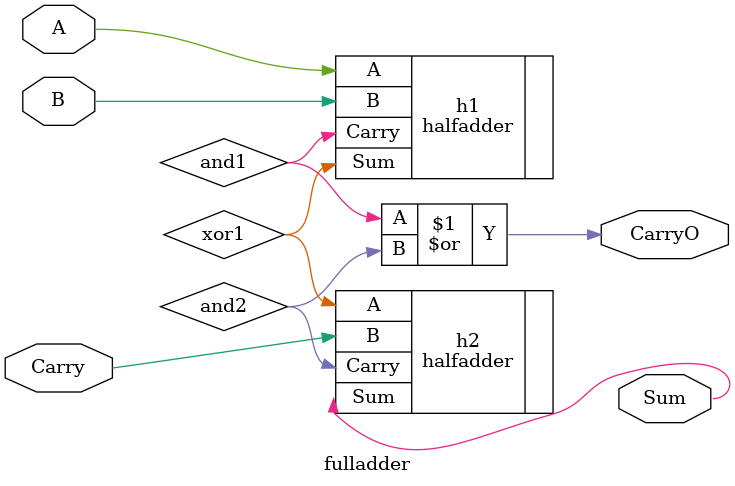
<source format=v>
module fulladder (
    input A, B, Carry,
    output Sum, CarryO
);

wire xor1, and1, and2;

halfadder h1(.A(A), .B(B), .Sum(xor1), .Carry(and1));
halfadder h2 (.A(xor1), .B(Carry), .Sum(Sum), .Carry(and2));
or o1 (CarryO, and1, and2);

endmodule

</source>
